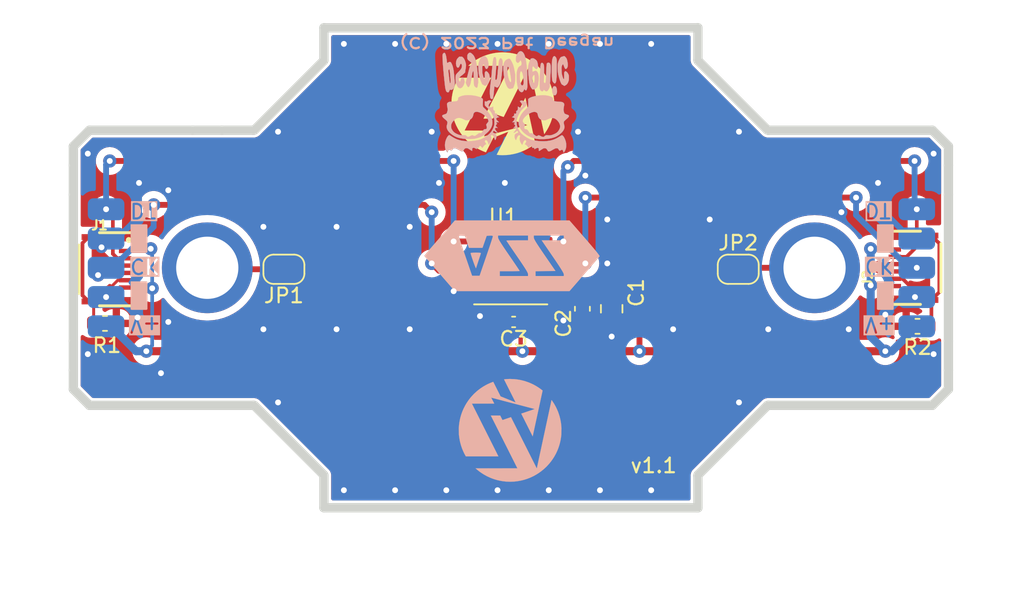
<source format=kicad_pcb>
(kicad_pcb (version 20221018) (generator pcbnew)
  (layers (0 "F.Cu" signal) (31 "B.Cu" signal) (34 "B.Paste" user) (35 "F.Paste" user) (36 "B.SilkS" user "B.Silkscreen") (37 "F.SilkS" user "F.Silkscreen") (38 "B.Mask" user) (39 "F.Mask" user) (44 "Edge.Cuts" user))
  (net 0 "")
  (net 1 "Vdrive")
  (net 2 "GND")
  (net 3 "/DAT_IN")
  (net 4 "/CLK_IN")
  (net 5 "Net-(J1-SHIELD-PadS1)")
  (net 6 "/DAT_OUT")
  (net 7 "/CLK_OUT")
  (net 8 "Net-(J2-SHIELD-PadS1)")
  (net 9 "/MH1")
  (net 10 "/MH2")
  (footprint "ASICTechno:GCT_FFC2B28-06-G" (layer "F.Cu") (at 107.385995 58.3 90)
    (fp_text reference "J2")
    (fp_text value "FFC2B28-06-G")
  )
  (footprint "flyingcarsfootprints:StitchingVia-0.4mmDrill" (layer "F.Cu") (at 97.485995 62.5)
    (fp_text reference "STITCHVIA17" hide)
    (fp_text value "StitchingVia-0.4mmDrill" hide)
  )
  (footprint "flyingcarsfootprints:StitchingVia-0.4mmDrill" (layer "F.Cu") (at 84.485995 49)
    (fp_text reference "STITCHVIA20" hide)
    (fp_text value "StitchingVia-0.4mmDrill" hide)
  )
  (footprint "flyingcarsfootprints:StitchingVia-0.4mmDrill" (layer "F.Cu") (at 55.985995 65.5)
    (fp_text reference "STITCHVIA" hide)
    (fp_text value "StitchingVia-0.4mmDrill" hide)
  )
  (footprint "flyingcarsfootprints:StitchingVia-0.4mmDrill" (layer "F.Cu") (at 67.985995 55.5)
    (fp_text reference "STITCHVIA18" hide)
    (fp_text value "StitchingVia-0.4mmDrill" hide)
  )
  (footprint "Jumper:SolderJumper-2_P1.3mm_Bridged_RoundedPad1.0x1.5mm" (layer "F.Cu") (at 64.385995 58.4 180)
    (fp_text reference "JP1")
    (fp_text value "Jumper_2_Bridged")
  )
  (footprint "flyingcarsfootprints:StitchingVia-0.4mmDrill" (layer "F.Cu") (at 108.785995 50.5)
    (fp_text reference "STITCHVIA20" hide)
    (fp_text value "StitchingVia-0.4mmDrill" hide)
  )
  (footprint "flyingcarsfootprints:StitchingVia-0.4mmDrill" (layer "F.Cu") (at 102.485995 54.5)
    (fp_text reference "STITCHVIA" hide)
    (fp_text value "StitchingVia-0.4mmDrill" hide)
  )
  (footprint "flyingcarsfootprints:StitchingVia-0.4mmDrill" (layer "F.Cu") (at 84.985995 52)
    (fp_text reference "STITCHVIA" hide)
    (fp_text value "StitchingVia-0.4mmDrill" hide)
  )
  (footprint "ASICTechno:Z2A_logo" (layer "F.Cu") (at 79.485995 47)
    (fp_text reference "REF**" hide)
    (fp_text value "Z2A_logo")
  )
  (footprint "ASICTechno:GCT_FFC2B28-06-G" (layer "F.Cu") (at 52.285995 58.4 -90)
    (fp_text reference "J1")
    (fp_text value "FFC2B28-06-G")
  )
  (footprint "flyingcarsfootprints:StitchingVia-0.4mmDrill" (layer "F.Cu") (at 62.985995 62.5)
    (fp_text reference "STITCHVIA14" hide)
    (fp_text value "StitchingVia-0.4mmDrill" hide)
  )
  (footprint "Capacitor_SMD:C_0402_1005Metric" (layer "F.Cu") (at 80.085995 62 180)
    (fp_text reference "C3")
    (fp_text value "C")
  )
  (footprint "flyingcarsfootprints:StitchingVia-0.4mmDrill" (layer "F.Cu") (at 74.485995 49)
    (fp_text reference "STITCHVIA20" hide)
    (fp_text value "StitchingVia-0.4mmDrill" hide)
  )
  (footprint "flyingcarsfootprints:StitchingVia-0.4mmDrill" (layer "F.Cu") (at 62.985995 55.5)
    (fp_text reference "STITCHVIA17" hide)
    (fp_text value "StitchingVia-0.4mmDrill" hide)
  )
  (footprint "flyingcarsfootprints:StitchingVia-0.4mmDrill" (layer "F.Cu") (at 50.985995 64.2)
    (fp_text reference "STITCHVIA20" hide)
    (fp_text value "StitchingVia-0.4mmDrill" hide)
  )
  (footprint "flyingcarsfootprints:StitchingVia-0.4mmDrill" (layer "F.Cu") (at 72.985995 55.5)
    (fp_text reference "STITCHVIA19" hide)
    (fp_text value "StitchingVia-0.4mmDrill" hide)
  )
  (footprint "Jumper:SolderJumper-2_P1.3mm_Bridged_RoundedPad1.0x1.5mm" (layer "F.Cu") (at 95.435995 58.4)
    (fp_text reference "JP2")
    (fp_text value "Jumper_2_Bridged")
  )
  (footprint "flyingcarsfootprints:StitchingVia-0.4mmDrill" (layer "F.Cu") (at 89.485995 73.5)
    (fp_text reference "STITCHVIA13" hide)
    (fp_text value "StitchingVia-0.4mmDrill" hide)
  )
  (footprint "flyingcarsfootprints:StitchingVia-0.4mmDrill" (layer "F.Cu") (at 79.485995 52.5)
    (fp_text reference "STITCHVIA17" hide)
    (fp_text value "StitchingVia-0.4mmDrill" hide)
  )
  (footprint "Capacitor_SMD:C_0603_1608Metric" (layer "F.Cu") (at 84.785995 61.1 -90)
    (fp_text reference "C2")
    (fp_text value "C")
  )
  (footprint "flyingcarsfootprints:StitchingVia-0.4mmDrill" (layer "F.Cu") (at 68.485995 73.5)
    (fp_text reference "STITCHVIA7" hide)
    (fp_text value "StitchingVia-0.4mmDrill" hide)
  )
  (footprint "flyingcarsfootprints:StitchingVia-0.4mmDrill" (layer "F.Cu") (at 68.485995 43)
    (fp_text reference "STITCHVIA" hide)
    (fp_text value "StitchingVia-0.4mmDrill" hide)
  )
  (footprint "Capacitor_SMD:C_0603_1608Metric" (layer "F.Cu") (at 107.685995 62.3 180)
    (fp_text reference "R2")
    (fp_text value "0R")
  )
  (footprint "flyingcarsfootprints:StitchingVia-0.4mmDrill" (layer "F.Cu") (at 95.485995 67.5)
    (fp_text reference "STITCHVIA20" hide)
    (fp_text value "StitchingVia-0.4mmDrill" hide)
  )
  (footprint "flyingcarsfootprints:StitchingVia-0.4mmDrill" (layer "F.Cu") (at 85.985995 73.5)
    (fp_text reference "STITCHVIA12" hide)
    (fp_text value "StitchingVia-0.4mmDrill" hide)
  )
  (footprint "flyingcarsfootprints:StitchingVia-0.4mmDrill" (layer "F.Cu") (at 72.985995 62.5)
    (fp_text reference "STITCHVIA16" hide)
    (fp_text value "StitchingVia-0.4mmDrill" hide)
  )
  (footprint "ASICTechno:OUTLINE_STRAIGHT_BOT" (layer "F.Cu") (at 50 50)
    (fp_text reference "REF**" hide)
    (fp_text value "OUTLINE_STRAIGHT_BOT" hide)
    (fp_line (start 0 0) (end 0 1.3) (stroke (width 0.635)) (layer "Edge.Cuts"))
    (fp_line (start 0 1.3) (end 0 3.3) (stroke (width 0.635)) (layer "Edge.Cuts"))
    (fp_line (start 0 3.3) (end 0 13.3) (stroke (width 0.635)) (layer "Edge.Cuts"))
    (fp_line (start 0 13.3) (end 0 15.3) (stroke (width 0.635)) (layer "Edge.Cuts"))
    (fp_line (start 0 15.3) (end 0 16.6) (stroke (width 0.635)) (layer "Edge.Cuts"))
    (fp_line (start 0 16.6) (end 1.1 17.7) (stroke (width 0.635)) (layer "Edge.Cuts"))
    (fp_line (start 1.1 -1.1) (end 0 0) (stroke (width 0.635)) (layer "Edge.Cuts"))
    (fp_line (start 1.1 17.7) (end 12.314213 17.7) (stroke (width 0.635)) (layer "Edge.Cuts"))
    (fp_line (start 8.15 -1.1) (end 1.1 -1.1) (stroke (width 0.635)) (layer "Edge.Cuts"))
    (fp_line (start 10.15 -1.1) (end 8.15 -1.1) (stroke (width 0.635)) (layer "Edge.Cuts"))
    (fp_line (start 12.314213 -1.1) (end 10.15 -1.1) (stroke (width 0.635)) (layer "Edge.Cuts"))
    (fp_line (start 12.384924 17.72929) (end 17.092031 22.436396) (stroke (width 0.635)) (layer "Edge.Cuts"))
    (fp_line (start 17.092031 -5.836396) (end 12.384924 -1.129289) (stroke (width 0.635)) (layer "Edge.Cuts"))
    (fp_line (start 17.12132 -8.1) (end 17.12132 -5.907107) (stroke (width 0.635)) (layer "Edge.Cuts"))
    (fp_line (start 17.12132 22.507107) (end 17.12132 24.7) (stroke (width 0.635)) (layer "Edge.Cuts"))
    (fp_line (start 17.12132 24.7) (end 42.67868 24.7) (stroke (width 0.635)) (layer "Edge.Cuts"))
    (fp_line (start 42.67868 -8.1) (end 17.12132 -8.1) (stroke (width 0.635)) (layer "Edge.Cuts"))
    (fp_line (start 42.67868 -5.907107) (end 42.67868 -8.1) (stroke (width 0.635)) (layer "Edge.Cuts"))
    (fp_line (start 42.67868 24.7) (end 42.67868 22.507107) (stroke (width 0.635)) (layer "Edge.Cuts"))
    (fp_line (start 42.707969 22.436396) (end 47.415076 17.72929) (stroke (width 0.635)) (layer "Edge.Cuts"))
    (fp_line (start 47.415076 -1.129289) (end 42.707969 -5.836396) (stroke (width 0.635)) (layer "Edge.Cuts"))
    (fp_line (start 47.485786 17.7) (end 58.7 17.7) (stroke (width 0.635)) (layer "Edge.Cuts"))
    (fp_line (start 58.7 -1.1) (end 47.485786 -1.1) (stroke (width 0.635)) (layer "Edge.Cuts"))
    (fp_line (start 58.7 17.7) (end 59.8 16.6) (stroke (width 0.635)) (layer "Edge.Cuts"))
    (fp_line (start 59.8 0) (end 58.7 -1.1) (stroke (width 0.635)) (layer "Edge.Cuts"))
    (fp_line (start 59.8 1.3) (end 59.8 0) (stroke (width 0.635)) (layer "Edge.Cuts"))
    (fp_line (start 59.8 3.3) (end 59.8 1.3) (stroke (width 0.635)) (layer "Edge.Cuts"))
    (fp_line (start 59.8 13.3) (end 59.8 3.3) (stroke (width 0.635)) (layer "Edge.Cuts"))
    (fp_line (start 59.8 15.3) (end 59.8 13.3) (stroke (width 0.635)) (layer "Edge.Cuts"))
    (fp_line (start 59.8 16.6) (end 59.8 15.3) (stroke (width 0.635)) (layer "Edge.Cuts"))
    (fp_arc (start 12.314213 17.7) (mid 12.352479 17.707616) (end 12.384924 17.72929) (stroke (width 0.635)) (layer "Edge.Cuts"))
    (fp_arc (start 12.384924 -1.129289) (mid 12.352488 -1.107598) (end 12.314213 -1.1) (stroke (width 0.635)) (layer "Edge.Cuts"))
    (fp_arc (start 17.092031 22.436396) (mid 17.113681 22.468846) (end 17.12132 22.507107) (stroke (width 0.635)) (layer "Edge.Cuts"))
    (fp_arc (start 17.12132 -5.907107) (mid 17.113732 -5.868826) (end 17.092031 -5.836396) (stroke (width 0.635)) (layer "Edge.Cuts"))
    (fp_arc (start 42.67868 22.507107) (mid 42.686303 22.46884) (end 42.707969 22.436396) (stroke (width 0.635)) (layer "Edge.Cuts"))
    (fp_arc (start 42.707969 -5.836396) (mid 42.686308 -5.868845) (end 42.67868 -5.907107) (stroke (width 0.635)) (layer "Edge.Cuts"))
    (fp_arc (start 47.415076 17.72929) (mid 47.447522 17.707618) (end 47.485786 17.7) (stroke (width 0.635)) (layer "Edge.Cuts"))
    (fp_arc (start 47.485786 -1.1) (mid 47.447515 -1.107611) (end 47.415076 -1.129289) (stroke (width 0.635)) (layer "Edge.Cuts"))
  )
  (footprint "flyingcarsfootprints:StitchingVia-0.4mmDrill" (layer "F.Cu") (at 71.985995 43)
    (fp_text reference "STITCHVIA1" hide)
    (fp_text value "StitchingVia-0.4mmDrill" hide)
  )
  (footprint "flyingcarsfootprints:StitchingVia-0.4mmDrill" (layer "F.Cu") (at 71.985995 73.5)
    (fp_text reference "STITCHVIA8" hide)
    (fp_text value "StitchingVia-0.4mmDrill" hide)
  )
  (footprint "flyingcarsfootprints:StitchingVia-0.4mmDrill" (layer "F.Cu") (at 82.485995 43)
    (fp_text reference "STITCHVIA4" hide)
    (fp_text value "StitchingVia-0.4mmDrill" hide)
  )
  (footprint "Capacitor_SMD:C_0603_1608Metric" (layer "F.Cu") (at 52.160995 62.1)
    (fp_text reference "R1")
    (fp_text value "0R")
  )
  (footprint "flyingcarsfootprints:StitchingVia-0.4mmDrill" (layer "F.Cu") (at 108.785995 64.2)
    (fp_text reference "STITCHVIA20" hide)
    (fp_text value "StitchingVia-0.4mmDrill" hide)
  )
  (footprint "flyingcarsfootprints:StitchingVia-0.4mmDrill" (layer "F.Cu") (at 75.485995 73.5)
    (fp_text reference "STITCHVIA9" hide)
    (fp_text value "StitchingVia-0.4mmDrill" hide)
  )
  (footprint "flyingcarsfootprints:StitchingVia-0.4mmDrill" (layer "F.Cu") (at 67.985995 62.5)
    (fp_text reference "STITCHVIA15" hide)
    (fp_text value "StitchingVia-0.4mmDrill" hide)
  )
  (footprint "flyingcarsfootprints:StitchingVia-0.4mmDrill" (layer "F.Cu") (at 75.485995 43)
    (fp_text reference "STITCHVIA2" hide)
    (fp_text value "StitchingVia-0.4mmDrill" hide)
  )
  (footprint "flyingcarsfootprints:StitchingVia-0.4mmDrill" (layer "F.Cu") (at 63.985995 67.5)
    (fp_text reference "STITCHVIA20" hide)
    (fp_text value "StitchingVia-0.4mmDrill" hide)
  )
  (footprint "flyingcarsfootprints:StitchingVia-0.4mmDrill" (layer "F.Cu") (at 90.985995 62.5)
    (fp_text reference "STITCHVIA17" hide)
    (fp_text value "StitchingVia-0.4mmDrill" hide)
  )
  (footprint "flyingcarsfootprints:StitchingVia-0.4mmDrill" (layer "F.Cu") (at 85.985995 43)
    (fp_text reference "STITCHVIA5" hide)
    (fp_text value "StitchingVia-0.4mmDrill" hide)
  )
  (footprint "flyingcarsfootprints:StitchingVia-0.4mmDrill" (layer "F.Cu") (at 63.985995 49)
    (fp_text reference "STITCHVIA20" hide)
    (fp_text value "StitchingVia-0.4mmDrill" hide)
  )
  (footprint "flyingcarsfootprints:StitchingVia-0.4mmDrill" (layer "F.Cu") (at 74.985995 52.5)
    (fp_text reference "STITCHVIA" hide)
    (fp_text value "StitchingVia-0.4mmDrill" hide)
  )
  (footprint "Capacitor_SMD:C_0805_2012Metric" (layer "F.Cu") (at 86.785995 61.1 -90)
    (fp_text reference "C1")
    (fp_text value "C")
  )
  (footprint "flyingcarsfootprints:StitchingVia-0.4mmDrill" (layer "F.Cu") (at 50.985995 50.5)
    (fp_text reference "STITCHVIA20" hide)
    (fp_text value "StitchingVia-0.4mmDrill" hide)
  )
  (footprint "flyingcarsfootprints:StitchingVia-0.4mmDrill" (layer "F.Cu") (at 95.485995 49)
    (fp_text reference "STITCHVIA20" hide)
    (fp_text value "StitchingVia-0.4mmDrill" hide)
  )
  (footprint "flyingcarsfootprints:StitchingVia-0.4mmDrill" (layer "F.Cu") (at 82.485995 73.5)
    (fp_text reference "STITCHVIA11" hide)
    (fp_text value "StitchingVia-0.4mmDrill" hide)
  )
  (footprint "ASICTechno:SON160P500X500X140-6N" (layer "F.Cu") (at 79.885995 58.3)
    (fp_text reference "U1")
    (fp_text value "APA102C")
  )
  (footprint "flyingcarsfootprints:StitchingVia-0.4mmDrill" (layer "F.Cu") (at 102.985995 62.5)
    (fp_text reference "STITCHVIA" hide)
    (fp_text value "StitchingVia-0.4mmDrill" hide)
  )
  (footprint "flyingcarsfootprints:StitchingVia-0.4mmDrill" (layer "F.Cu") (at 56.485995 62)
    (fp_text reference "STITCHVIA" hide)
    (fp_text value "StitchingVia-0.4mmDrill" hide)
  )
  (footprint "flyingcarsfootprints:StitchingVia-0.4mmDrill" (layer "F.Cu") (at 89.485995 43)
    (fp_text reference "STITCHVIA6" hide)
    (fp_text value "StitchingVia-0.4mmDrill" hide)
  )
  (footprint "flyingcarsfootprints:StitchingVia-0.4mmDrill" (layer "F.Cu") (at 78.985995 43)
    (fp_text reference "STITCHVIA3" hide)
    (fp_text value "StitchingVia-0.4mmDrill" hide)
  )
  (footprint "flyingcarsfootprints:StitchingVia-0.4mmDrill" (layer "F.Cu") (at 86.485995 55)
    (fp_text reference "STITCHVIA20" hide)
    (fp_text value "StitchingVia-0.4mmDrill" hide)
  )
  (footprint "flyingcarsfootprints:StitchingVia-0.4mmDrill" (layer "F.Cu") (at 86.485995 58)
    (fp_text reference "STITCHVIA" hide)
    (fp_text value "StitchingVia-0.4mmDrill" hide)
  )
  (footprint "flyingcarsfootprints:StitchingVia-0.4mmDrill" (layer "F.Cu") (at 78.985995 73.5)
    (fp_text reference "STITCHVIA10" hide)
    (fp_text value "StitchingVia-0.4mmDrill" hide)
  )
  (footprint "flyingcarsfootprints:StitchingVia-0.4mmDrill" (layer "F.Cu") (at 56.485995 53)
    (fp_text reference "STITCHVIA" hide)
    (fp_text value "StitchingVia-0.4mmDrill" hide)
  )
  (footprint "flyingcarsfootprints:StitchingVia-0.4mmDrill" (layer "F.Cu") (at 93.485995 55)
    (fp_text reference "STITCHVIA20" hide)
    (fp_text value "StitchingVia-0.4mmDrill" hide)
  )
  (footprint "ASICTechno:LEDStringPads" (layer "B.Cu") (at 52.485995 58.3 -90)
    (fp_text reference "J4" hide)
    (fp_text value "LEDStringPads")
  )
  (footprint "ASICTechno:azz_logo_sm" (layer "B.Cu") (at 79.985995 57.5)
    (fp_text reference "G***" hide)
    (fp_text value "LOGO" hide)
  )
  (footprint "ASICTechno:Z2A_logo" (layer "B.Cu") (at 79.985995 69.5)
    (fp_text reference "REF**" hide)
    (fp_text value "Z2A_logo")
  )
  (footprint "ASICTechno:LEDStringPads" (layer "B.Cu") (at 107.385995 58.3 90)
    (fp_text reference "J3" hide)
    (fp_text value "LEDStringPads")
  )
  (footprint "flyingcarsfootprints:PsychoLogoPad" (layer "B.Cu") (at 79.485995 47)
    (fp_text reference "G***" hide)
    (fp_text value "LOGO" hide)
  )
  (footprint "flyingcarsfootprints:PsychoLogoSmall" (layer "B.Cu") (at 79.485995 47)
    (fp_text reference "G***" hide)
    (fp_text value "LOGO" hide)
  )
  (gr_rect (start 104.985995 55.4) (end 105.985995 57.2) (stroke (width 0.15)) (fill solid) (layer "B.SilkS"))
  (gr_rect (start 53.985995 59.3) (end 54.985995 61.1) (stroke (width 0.15)) (fill solid) (layer "B.SilkS"))
  (gr_rect (start 104.985995 59.3) (end 105.985995 61.1) (stroke (width 0.15)) (fill solid) (layer "B.SilkS"))
  (gr_rect (start 53.985995 55.4) (end 54.985995 57.2) (stroke (width 0.15)) (fill solid) (layer "B.SilkS"))
  (gr_text "CK" (at 53.785995 57.6 180) (layer "B.SilkS" knockout) (effects (font (size 1 1)) (justify left bottom mirror)))
  (gr_text "CK" (at 103.985995 57.6 180) (layer "B.SilkS" knockout) (effects (font (size 1 1)) (justify left bottom mirror)))
  (gr_text "DT" (at 53.785995 53.8 180) (layer "B.SilkS" knockout) (effects (font (size 1 1)) (justify left bottom mirror)))
  (gr_text "DT" (at 103.985995 53.8 180) (layer "B.SilkS" knockout) (effects (font (size 1 1)) (justify left bottom mirror)))
  (gr_text "(C) 2023 Pat Deegan" (at 72.185995 42.5 180) (layer "B.SilkS") (effects (font (size 0.7 0.9)) (justify left bottom mirror)))
  (gr_text "V+" (at 53.785995 61.6 180) (layer "B.SilkS" knockout) (effects (font (size 1 1)) (justify left bottom mirror)))
  (gr_text "V+" (at 103.985995 61.6 180) (layer "B.SilkS" knockout) (effects (font (size 1 1)) (justify left bottom mirror)))
  (gr_text "v1.1" (at 87.985995 72.4) (layer "F.SilkS") (effects (font (size 1 1)) (justify left bottom)))
  (segment (start 80.565995 63.88) (end 80.685995 64) (width 0.3) (layer "F.Cu") (net 1))
  (segment (start 55.135995 57.15) (end 55.285995 57) (width 0.25) (layer "F.Cu") (net 1))
  (segment (start 88.685995 62.05) (end 86.785995 60.15) (width 0.4) (layer "F.Cu") (net 1))
  (segment (start 88.685995 64) (end 88.685995 62.05) (width 0.4) (layer "F.Cu") (net 1))
  (segment (start 80.565995 61.32) (end 81.985995 59.9) (width 0.3) (layer "F.Cu") (net 1))
  (segment (start 106.135995 57.05) (end 104.535995 57.05) (width 0.25) (layer "F.Cu") (net 1))
  (segment (start 86.610995 60.325) (end 86.785995 60.15) (width 0.3) (layer "F.Cu") (net 1))
  (segment (start 81.985995 59.9) (end 82.035995 59.9) (width 0.3) (layer "F.Cu") (net 1))
  (segment (start 104.535995 59.55) (end 104.485995 59.5) (width 0.25) (layer "F.Cu") (net 1))
  (segment (start 82.035995 59.9) (end 84.360995 59.9) (width 0.3) (layer "F.Cu") (net 1))
  (segment (start 104.535995 57.05) (end 104.485995 57) (width 0.25) (layer "F.Cu") (net 1))
  (segment (start 55.335995 59.65) (end 55.385995 59.7) (width 0.25) (layer "F.Cu") (net 1))
  (segment (start 80.565995 62) (end 80.565995 61.32) (width 0.3) (layer "F.Cu") (net 1))
  (segment (start 53.535995 57.15) (end 55.135995 57.15) (width 0.25) (layer "F.Cu") (net 1))
  (segment (start 53.535995 59.65) (end 55.335995 59.65) (width 0.25) (layer "F.Cu") (net 1))
  (segment (start 80.565995 62) (end 80.565995 63.88) (width 0.3) (layer "F.Cu") (net 1))
  (segment (start 105.485995 64) (end 80.685995 64) (width 0.55) (layer "F.Cu") (net 1))
  (segment (start 84.785995 60.325) (end 86.610995 60.325) (width 0.3) (layer "F.Cu") (net 1))
  (segment (start 106.135995 59.55) (end 104.535995 59.55) (width 0.25) (layer "F.Cu") (net 1))
  (segment (start 84.360995 59.9) (end 84.785995 60.325) (width 0.3) (layer "F.Cu") (net 1))
  (segment (start 80.685995 64) (end 54.985995 64) (width 0.55) (layer "F.Cu") (net 1))
  (via (at 55.385995 59.7) (size 0.9) (drill 0.4) (layers "F.Cu" "B.Cu") (net 1))
  (via (at 105.485995 64) (size 0.9) (drill 0.4) (layers "F.Cu" "B.Cu") (net 1))
  (via (at 80.685995 64) (size 0.9) (drill 0.4) (layers "F.Cu" "B.Cu") (net 1))
  (via (at 104.485995 57) (size 0.9) (drill 0.4) (layers "F.Cu" "B.Cu") (net 1))
  (via (at 88.685995 64) (size 0.9) (drill 0.4) (layers "F.Cu" "B.Cu") (net 1))
  (via (at 104.485995 59.5) (size 0.9) (drill 0.4) (layers "F.Cu" "B.Cu") (net 1))
  (via (at 54.985995 64) (size 0.9) (drill 0.4) (layers "F.Cu" "B.Cu") (net 1))
  (via (at 55.285995 57) (size 0.9) (drill 0.4) (layers "F.Cu" "B.Cu") (net 1))
  (segment (start 54.135495 63.8495) (end 54.285995 64) (width 0.25) (layer "B.Cu") (net 1))
  (segment (start 105.485995 64) (end 105.935995 64) (width 0.55) (layer "B.Cu") (net 1))
  (segment (start 55.385995 57.1) (end 55.285995 57) (width 0.25) (layer "B.Cu") (net 1))
  (segment (start 105.935995 64) (end 107.635995 62.3) (width 0.55) (layer "B.Cu") (net 1))
  (segment (start 55.385995 59.7) (end 55.385995 57.1) (width 0.25) (layer "B.Cu") (net 1))
  (segment (start 52.585995 62.3) (end 54.285995 64) (width 0.55) (layer "B.Cu") (net 1))
  (segment (start 105.485995 64) (end 104.485995 63) (width 0.55) (layer "B.Cu") (net 1))
  (segment (start 55.385995 59.7) (end 55.385995 63.6) (width 0.25) (layer "B.Cu") (net 1))
  (segment (start 52.235995 62.3) (end 52.585995 62.3) (width 0.55) (layer "B.Cu") (net 1))
  (segment (start 54.285995 64) (end 54.985995 64) (width 0.55) (layer "B.Cu") (net 1))
  (segment (start 104.485995 59.5) (end 104.485995 57) (width 0.55) (layer "B.Cu") (net 1))
  (segment (start 55.385995 63.6) (end 54.985995 64) (width 0.25) (layer "B.Cu") (net 1))
  (segment (start 104.485995 63) (end 104.485995 59.5) (width 0.55) (layer "B.Cu") (net 1))
  (segment (start 84.785995 61.875) (end 86.610995 61.875) (width 0.25) (layer "F.Cu") (net 2))
  (segment (start 79.605995 62) (end 78.185995 62) (width 0.25) (layer "F.Cu") (net 2))
  (segment (start 78.185995 62) (end 77.785995 61.6) (width 0.25) (layer "F.Cu") (net 2))
  (segment (start 105.485995 58.05) (end 105.235995 58.3) (width 0.25) (layer "F.Cu") (net 2))
  (segment (start 106.670615 59.05) (end 107.511495 59.89088) (width 0.25) (layer "F.Cu") (net 2))
  (segment (start 86.785995 62.05) (end 86.785995 63) (width 0.25) (layer "F.Cu") (net 2))
  (segment (start 105.235995 58.3) (end 105.235995 58.75) (width 0.25) (layer "F.Cu") (net 2))
  (segment (start 106.135995 59.05) (end 106.670615 59.05) (width 0.25) (layer "F.Cu") (net 2))
  (segment (start 105.535995 59.05) (end 106.135995 59.05) (width 0.25) (layer "F.Cu") (net 2))
  (segment (start 53.535995 59.15) (end 53.036731 59.15) (width 0.2) (layer "F.Cu") (net 2))
  (segment (start 83.510995 61.875) (end 83.485995 61.9) (width 0.25) (layer "F.Cu") (net 2))
  (segment (start 106.135995 58.05) (end 105.485995 58.05) (width 0.25) (layer "F.Cu") (net 2))
  (segment (start 53.535995 58.15) (end 52.864979 58.15) (width 0.25) (layer "F.Cu") (net 2))
  (segment (start 107.511495 59.89088) (end 107.511495 60.3) (width 0.25) (layer "F.Cu") (net 2))
  (segment (start 86.610995 61.875) (end 86.785995 62.05) (width 0.25) (layer "F.Cu") (net 2))
  (segment (start 52.235995 59.950736) (end 52.235995 60.3) (width 0.2) (layer "F.Cu") (net 2))
  (segment (start 105.235995 58.75) (end 105.535995 59.05) (width 0.25) (layer "F.Cu") (net 2))
  (segment (start 77.735995 59.9) (end 75.985995 59.9) (width 0.25) (layer "F.Cu") (net 2))
  (segment (start 53.036731 59.15) (end 52.235995 59.950736) (width 0.2) (layer "F.Cu") (net 2))
  (segment (start 84.785995 61.875) (end 83.510995 61.875) (width 0.25) (layer "F.Cu") (net 2))
  (segment (start 51.924174 57.209195) (end 51.924174 56.9005) (width 0.25) (layer "F.Cu") (net 2))
  (segment (start 52.864979 58.15) (end 51.924174 57.209195) (width 0.25) (layer "F.Cu") (net 2))
  (via (at 83.485995 61.9) (size 0.9) (drill 0.4) (layers "F.Cu" "B.Cu") (net 2))
  (via (at 54.485995 52.5) (size 0.9) (drill 0.4) (layers "F.Cu" "B.Cu") (net 2))
  (via (at 75.985995 59.9) (size 0.9) (drill 0.4) (layers "F.Cu" "B.Cu") (net 2))
  (via (at 54.385995 61.7) (size 0.9) (drill 0.4) (layers "F.Cu" "B.Cu") (net 2))
  (via (at 107.511495 60.3) (size 0.9) (drill 0.4) (layers "F.Cu" "B.Cu") (net 2))
  (via (at 77.785995 61.6) (size 0.9) (drill 0.4) (layers "F.Cu" "B.Cu") (net 2))
  (via (at 104.985995 52.5) (size 0.9) (drill 0.4) (layers "F.Cu" "B.Cu") (net 2))
  (via (at 105.485995 61.5) (size 0.9) (drill 0.4) (layers "F.Cu" "B.Cu") (net 2))
  (via (at 52.235995 60.3) (size 0.9) (drill 0.4) (layers "F.Cu" "B.Cu") (net 2))
  (via (at 86.785995 63) (size 0.9) (drill 0.4) (layers "F.Cu" "B.Cu") (net 2))
  (via (at 51.924174 56.9005) (size 0.8) (drill 0.4) (layers "F.Cu" "B.Cu") (net 2))
  (segment (start 106.685995 60.3) (end 105.485995 61.5) (width 0.4) (layer "B.Cu") (net 2))
  (segment (start 52.235995 56.3) (end 52.985995 56.3) (width 0.4) (layer "B.Cu") (net 2))
  (segment (start 51.924174 56.9005) (end 51.924174 56.611821) (width 0.25) (layer "B.Cu") (net 2))
  (segment (start 107.205234 56.3) (end 104.985995 54.080761) (width 0.4) (layer "B.Cu") (net 2))
  (segment (start 52.235995 60.3) (end 52.985995 60.3) (width 0.4) (layer "B.Cu") (net 2))
  (segment (start 52.985995 60.3) (end 54.385995 61.7) (width 0.4) (layer "B.Cu") (net 2))
  (segment (start 54.485995 54.8) (end 54.485995 52.5) (width 0.4) (layer "B.Cu") (net 2))
  (segment (start 104.985995 54.080761) (end 104.985995 52.5) (width 0.4) (layer "B.Cu") (net 2))
  (segment (start 107.635995 60.3) (end 106.685995 60.3) (width 0.4) (layer "B.Cu") (net 2))
  (segment (start 107.635995 56.3) (end 107.205234 56.3) (width 0.4) (layer "B.Cu") (net 2))
  (segment (start 52.985995 56.3) (end 54.485995 54.8) (width 0.4) (layer "B.Cu") (net 2))
  (segment (start 51.924174 56.611821) (end 52.235995 56.3) (width 0.25) (layer "B.Cu") (net 2))
  (segment (start 53.535995 57.65) (end 53.001375 57.65) (width 0.25) (layer "F.Cu") (net 3))
  (segment (start 52.699174 57.347799) (end 52.699174 54.763179) (width 0.25) (layer "F.Cu") (net 3))
  (segment (start 52.485995 51) (end 75.985995 51) (width 0.4) (layer "F.Cu") (net 3))
  (segment (start 53.001375 57.65) (end 52.699174 57.347799) (width 0.25) (layer "F.Cu") (net 3))
  (segment (start 52.699174 54.763179) (end 52.235995 54.3) (width 0.25) (layer "F.Cu") (net 3))
  (segment (start 77.535995 56.5) (end 77.735995 56.7) (width 0.4) (layer "F.Cu") (net 3))
  (segment (start 75.985995 56.5) (end 77.535995 56.5) (width 0.4) (layer "F.Cu") (net 3))
  (via (at 52.485995 51) (size 0.9) (drill 0.4) (layers "F.Cu" "B.Cu") (net 3))
  (via (at 75.985995 56.5) (size 0.9) (drill 0.4) (layers "F.Cu" "B.Cu") (net 3))
  (via (at 75.985995 51) (size 0.9) (drill 0.4) (layers "F.Cu" "B.Cu") (net 3))
  (via (at 52.235995 54.3) (size 0.9) (drill 0.4) (layers "F.Cu" "B.Cu") (net 3))
  (segment (start 52.235995 54.3) (end 52.235995 51.25) (width 0.4) (layer "B.Cu") (net 3))
  (segment (start 75.985995 51) (end 75.985995 56.5) (width 0.4) (layer "B.Cu") (net 3))
  (segment (start 52.235995 51.25) (end 52.485995 51) (width 0.4) (layer "B.Cu") (net 3))
  (segment (start 73.985995 54) (end 74.485995 54.5) (width 0.4) (layer "F.Cu") (net 4))
  (segment (start 74.485995 58) (end 74.985995 58.5) (width 0.4) (layer "F.Cu") (net 4))
  (segment (start 77.535995 58.5) (end 77.735995 58.3) (width 0.4) (layer "F.Cu") (net 4))
  (segment (start 74.985995 58.5) (end 77.535995 58.5) (width 0.4) (layer "F.Cu") (net 4))
  (segment (start 55.485995 54) (end 73.985995 54) (width 0.4) (layer "F.Cu") (net 4))
  (segment (start 53.535995 58.65) (end 51.835995 58.65) (width 0.2) (layer "F.Cu") (net 4))
  (segment (start 51.835995 58.65) (end 51.685995 58.8) (width 0.2) (layer "F.Cu") (net 4))
  (via (at 74.485995 54.5) (size 0.9) (drill 0.4) (layers "F.Cu" "B.Cu") (net 4))
  (via (at 55.485995 54) (size 0.9) (drill 0.4) (layers "F.Cu" "B.Cu") (net 4))
  (via (at 51.685995 58.8) (size 0.9) (drill 0.4) (layers "F.Cu" "B.Cu") (net 4))
  (via (at 74.485995 58) (size 0.9) (drill 0.4) (layers "F.Cu" "B.Cu") (net 4))
  (segment (start 52.685995 58.3) (end 55.485995 55.5) (width 0.4) (layer "B.Cu") (net 4))
  (segment (start 52.185995 58.3) (end 51.685995 58.8) (width 0.4) (layer "B.Cu") (net 4))
  (segment (start 74.485995 54.5) (end 74.485995 58) (width 0.4) (layer "B.Cu") (net 4))
  (segment (start 55.485995 55.5) (end 55.485995 54) (width 0.4) (layer "B.Cu") (net 4))
  (segment (start 52.235995 58.3) (end 52.185995 58.3) (width 0.4) (layer "B.Cu") (net 4))
  (segment (start 52.235995 58.3) (end 52.685995 58.3) (width 0.4) (layer "B.Cu") (net 4))
  (segment (start 50.625 56.610995) (end 50.625 60.189005) (width 0.25) (layer "F.Cu") (net 5))
  (segment (start 51.385995 60.95) (end 51.035995 60.6) (width 0.2) (layer "F.Cu") (net 5))
  (segment (start 51.035995 56.2) (end 50.625 56.610995) (width 0.25) (layer "F.Cu") (net 5))
  (segment (start 51.385995 62.1) (end 51.385995 60.95) (width 0.2) (layer "F.Cu") (net 5))
  (segment (start 50.625 60.189005) (end 51.035995 60.6) (width 0.25) (layer "F.Cu") (net 5))
  (segment (start 107.635995 56.85) (end 107.635995 54.3) (width 0.25) (layer "F.Cu") (net 6))
  (segment (start 106.135995 57.55) (end 106.935995 57.55) (width 0.25) (layer "F.Cu") (net 6))
  (segment (start 107.485995 51) (end 84.185999 51) (width 0.4) (layer "F.Cu") (net 6))
  (segment (start 82.035995 56.7) (end 83.285995 56.7) (width 0.4) (layer "F.Cu") (net 6))
  (segment (start 106.935995 57.55) (end 107.635995 56.85) (width 0.25) (layer "F.Cu") (net 6))
  (segment (start 84.185999 51) (end 83.785999 51.4) (width 0.4) (layer "F.Cu") (net 6))
  (segment (start 83.285995 56.7) (end 83.485995 56.5) (width 0.4) (layer "F.Cu") (net 6))
  (via (at 83.785999 51.4) (size 0.9) (drill 0.4) (layers "F.Cu" "B.Cu") (net 6))
  (via (at 107.635995 54.3) (size 0.9) (drill 0.4) (layers "F.Cu" "B.Cu") (net 6))
  (via (at 83.485995 56.5) (size 0.9) (drill 0.4) (layers "F.Cu" "B.Cu") (net 6))
  (via (at 107.485995 51) (size 0.9) (drill 0.4) (layers "F.Cu" "B.Cu") (net 6))
  (segment (start 83.485995 56.5) (end 83.485995 51.700004) (width 0.4) (layer "B.Cu") (net 6))
  (segment (start 83.485995 51.700004) (end 83.785999 51.4) (width 0.4) (layer "B.Cu") (net 6))
  (segment (start 107.485995 54.15) (end 107.635995 54.3) (width 0.4) (layer "B.Cu") (net 6))
  (segment (start 107.485995 51) (end 107.485995 54.15) (width 0.4) (layer "B.Cu") (net 6))
  (segment (start 107.385995 58.55) (end 107.635995 58.3) (width 0.25) (layer "F.Cu") (net 7))
  (segment (start 84.985995 53.5) (end 103.485995 53.5) (width 0.4) (layer "F.Cu") (net 7))
  (segment (start 106.135995 58.55) (end 107.385995 58.55) (width 0.25) (layer "F.Cu") (net 7))
  (segment (start 84.685995 58.3) (end 84.985995 58) (width 0.4) (layer "F.Cu") (net 7))
  (segment (start 82.035995 58.3) (end 84.685995 58.3) (width 0.4) (layer "F.Cu") (net 7))
  (via (at 84.985995 53.5) (size 0.9) (drill 0.4) (layers "F.Cu" "B.Cu") (net 7))
  (via (at 103.485995 53.5) (size 0.9) (drill 0.4) (layers "F.Cu" "B.Cu") (net 7))
  (via (at 107.635995 58.3) (size 0.9) (drill 0.4) (layers "F.Cu" "B.Cu") (net 7))
  (via (at 84.985995 58) (size 0.9) (drill 0.4) (layers "F.Cu" "B.Cu") (net 7))
  (segment (start 103.485995 53.5) (end 103.485995 54.7) (width 0.4) (layer "B.Cu") (net 7))
  (segment (start 103.485995 54.7) (end 107.085995 58.3) (width 0.4) (layer "B.Cu") (net 7))
  (segment (start 107.085995 58.3) (end 107.635995 58.3) (width 0.4) (layer "B.Cu") (net 7))
  (segment (start 84.985995 58) (end 84.985995 53.5) (width 0.4) (layer "B.Cu") (net 7))
  (segment (start 108.635995 60.5) (end 108.635995 62.125) (width 0.25) (layer "F.Cu") (net 8))
  (segment (start 109.175 56.639005) (end 109.175 59.960995) (width 0.25) (layer "F.Cu") (net 8))
  (segment (start 109.175 59.960995) (end 108.635995 60.5) (width 0.25) (layer "F.Cu") (net 8))
  (segment (start 108.635995 56.1) (end 109.175 56.639005) (width 0.25) (layer "F.Cu") (net 8))
  (segment (start 108.635995 62.125) (end 108.460995 62.3) (width 0.25) (layer "F.Cu") (net 8))
  (segment (start 63.735995 58.4) (end 59.25 58.4) (width 0.4) (layer "F.Cu") (net 9))
  (segment (start 59.25 58.4) (end 59.15 58.3) (width 0.4) (layer "F.Cu") (net 9))
  (segment (start 96.085995 58.4) (end 96.185995 58.3) (width 0.4) (layer "F.Cu") (net 10))
  (segment (start 96.185995 58.3) (end 100.65 58.3) (width 0.4) (layer "F.Cu") (net 10))
  (zone (net 2) (net_name "GND") (layers "F&B.Cu") (name "GNDFILL") (connect_pads (clearance 0.5)) (min_thickness 0.25) (fill yes (thermal_gap 0.5) (thermal_bridge_width 0.5))
    (polygon (pts (xy 44.985995 40) (xy 44.985995 80) (xy 114.985995 80) (xy 114.985995 40)))
  )
)
</source>
